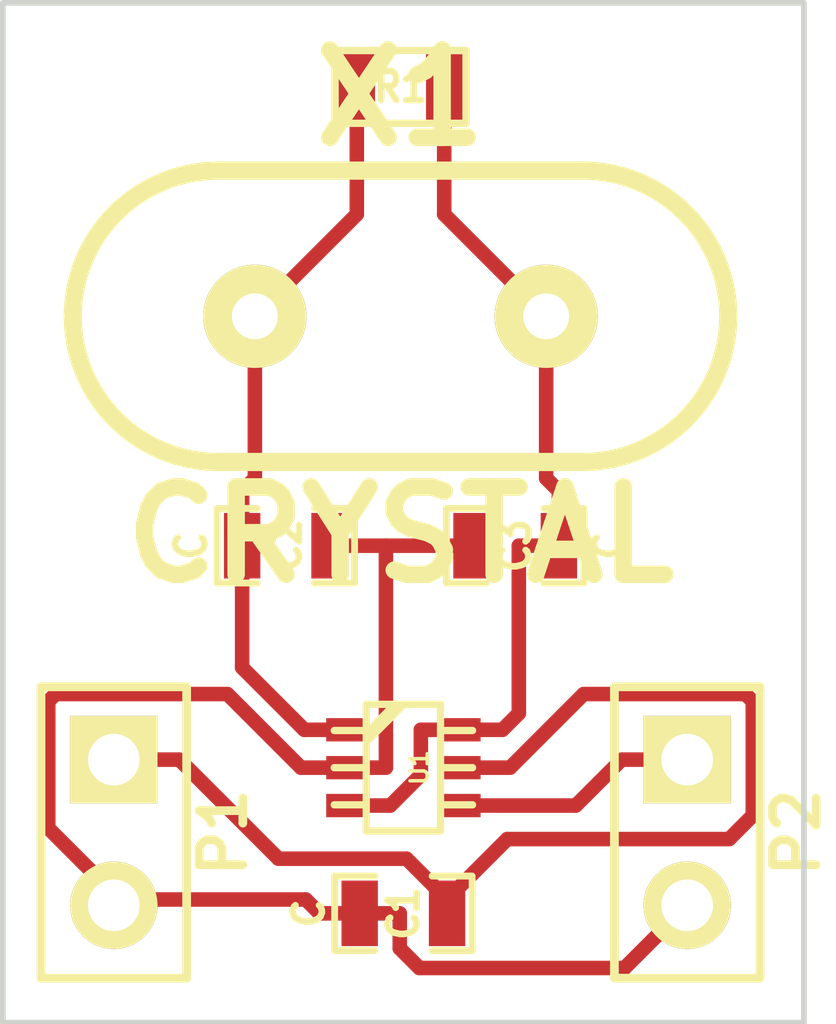
<source format=kicad_pcb>
(kicad_pcb (version 3) (host pcbnew "(2013-mar-13)-testing")

  (general
    (links 15)
    (no_connects 0)
    (area 139.014999 89.484999 153.6162 107.365001)
    (thickness 1.6)
    (drawings 4)
    (tracks 58)
    (zones 0)
    (modules 8)
    (nets 6)
  )

  (page A4)
  (layers
    (15 F.Cu signal)
    (0 B.Cu signal)
    (16 B.Adhes user)
    (17 F.Adhes user)
    (18 B.Paste user)
    (19 F.Paste user)
    (20 B.SilkS user)
    (21 F.SilkS user)
    (22 B.Mask user)
    (23 F.Mask user)
    (24 Dwgs.User user)
    (25 Cmts.User user)
    (26 Eco1.User user)
    (27 Eco2.User user)
    (28 Edge.Cuts user)
  )

  (setup
    (last_trace_width 0.254)
    (trace_clearance 0.254)
    (zone_clearance 0.508)
    (zone_45_only no)
    (trace_min 0.254)
    (segment_width 0.2)
    (edge_width 0.1)
    (via_size 0.889)
    (via_drill 0.635)
    (via_min_size 0.889)
    (via_min_drill 0.508)
    (uvia_size 0.508)
    (uvia_drill 0.127)
    (uvias_allowed no)
    (uvia_min_size 0.508)
    (uvia_min_drill 0.127)
    (pcb_text_width 0.3)
    (pcb_text_size 1.5 1.5)
    (mod_edge_width 0.15)
    (mod_text_size 1 1)
    (mod_text_width 0.15)
    (pad_size 1.524 1.524)
    (pad_drill 0.9)
    (pad_to_mask_clearance 0)
    (aux_axis_origin 0 0)
    (visible_elements FFFFFF7F)
    (pcbplotparams
      (layerselection 268468224)
      (usegerberextensions true)
      (excludeedgelayer true)
      (linewidth 0.150000)
      (plotframeref false)
      (viasonmask false)
      (mode 1)
      (useauxorigin false)
      (hpglpennumber 1)
      (hpglpenspeed 20)
      (hpglpendiameter 15)
      (hpglpenoverlay 2)
      (psnegative false)
      (psa4output false)
      (plotreference true)
      (plotvalue true)
      (plotothertext true)
      (plotinvisibletext false)
      (padsonsilk false)
      (subtractmaskfromsilk false)
      (outputformat 1)
      (mirror false)
      (drillshape 0)
      (scaleselection 1)
      (outputdirectory OUTPUT_OSC/))
  )

  (net 0 "")
  (net 1 +5V)
  (net 2 GND)
  (net 3 N-000003)
  (net 4 N-000004)
  (net 5 N-000005)

  (net_class Default "This is the default net class."
    (clearance 0.254)
    (trace_width 0.254)
    (via_dia 0.889)
    (via_drill 0.635)
    (uvia_dia 0.508)
    (uvia_drill 0.127)
    (add_net "")
    (add_net +5V)
    (add_net GND)
    (add_net N-000003)
    (add_net N-000004)
    (add_net N-000005)
  )

  (module SM0603_Capa (layer F.Cu) (tedit 5051B1EC) (tstamp 53189FE2)
    (at 146.05 105.41)
    (path /53188DB1)
    (attr smd)
    (fp_text reference C1 (at 0 0 90) (layer F.SilkS)
      (effects (font (size 0.508 0.4572) (thickness 0.1143)))
    )
    (fp_text value C (at -1.651 0 90) (layer F.SilkS)
      (effects (font (size 0.508 0.4572) (thickness 0.1143)))
    )
    (fp_line (start 0.50038 0.65024) (end 1.19888 0.65024) (layer F.SilkS) (width 0.11938))
    (fp_line (start -0.50038 0.65024) (end -1.19888 0.65024) (layer F.SilkS) (width 0.11938))
    (fp_line (start 0.50038 -0.65024) (end 1.19888 -0.65024) (layer F.SilkS) (width 0.11938))
    (fp_line (start -1.19888 -0.65024) (end -0.50038 -0.65024) (layer F.SilkS) (width 0.11938))
    (fp_line (start 1.19888 -0.635) (end 1.19888 0.635) (layer F.SilkS) (width 0.11938))
    (fp_line (start -1.19888 0.635) (end -1.19888 -0.635) (layer F.SilkS) (width 0.11938))
    (pad 1 smd rect (at -0.762 0) (size 0.635 1.143)
      (layers F.Cu F.Paste F.Mask)
      (net 2 GND)
    )
    (pad 2 smd rect (at 0.762 0) (size 0.635 1.143)
      (layers F.Cu F.Paste F.Mask)
      (net 1 +5V)
    )
    (model smd\capacitors\C0603.wrl
      (at (xyz 0 0 0.001))
      (scale (xyz 0.5 0.5 0.5))
      (rotate (xyz 0 0 0))
    )
  )

  (module SM0603_Capa (layer F.Cu) (tedit 5051B1EC) (tstamp 53189FEE)
    (at 144 99)
    (path /53188BCF)
    (attr smd)
    (fp_text reference C2 (at 0 0 90) (layer F.SilkS)
      (effects (font (size 0.508 0.4572) (thickness 0.1143)))
    )
    (fp_text value C (at -1.651 0 90) (layer F.SilkS)
      (effects (font (size 0.508 0.4572) (thickness 0.1143)))
    )
    (fp_line (start 0.50038 0.65024) (end 1.19888 0.65024) (layer F.SilkS) (width 0.11938))
    (fp_line (start -0.50038 0.65024) (end -1.19888 0.65024) (layer F.SilkS) (width 0.11938))
    (fp_line (start 0.50038 -0.65024) (end 1.19888 -0.65024) (layer F.SilkS) (width 0.11938))
    (fp_line (start -1.19888 -0.65024) (end -0.50038 -0.65024) (layer F.SilkS) (width 0.11938))
    (fp_line (start 1.19888 -0.635) (end 1.19888 0.635) (layer F.SilkS) (width 0.11938))
    (fp_line (start -1.19888 0.635) (end -1.19888 -0.635) (layer F.SilkS) (width 0.11938))
    (pad 1 smd rect (at -0.762 0) (size 0.635 1.143)
      (layers F.Cu F.Paste F.Mask)
      (net 4 N-000004)
    )
    (pad 2 smd rect (at 0.762 0) (size 0.635 1.143)
      (layers F.Cu F.Paste F.Mask)
      (net 2 GND)
    )
    (model smd\capacitors\C0603.wrl
      (at (xyz 0 0 0.001))
      (scale (xyz 0.5 0.5 0.5))
      (rotate (xyz 0 0 0))
    )
  )

  (module SM0603_Capa (layer F.Cu) (tedit 5051B1EC) (tstamp 53189FFA)
    (at 148 99 180)
    (path /53188BC1)
    (attr smd)
    (fp_text reference C3 (at 0 0 270) (layer F.SilkS)
      (effects (font (size 0.508 0.4572) (thickness 0.1143)))
    )
    (fp_text value C (at -1.651 0 270) (layer F.SilkS)
      (effects (font (size 0.508 0.4572) (thickness 0.1143)))
    )
    (fp_line (start 0.50038 0.65024) (end 1.19888 0.65024) (layer F.SilkS) (width 0.11938))
    (fp_line (start -0.50038 0.65024) (end -1.19888 0.65024) (layer F.SilkS) (width 0.11938))
    (fp_line (start 0.50038 -0.65024) (end 1.19888 -0.65024) (layer F.SilkS) (width 0.11938))
    (fp_line (start -1.19888 -0.65024) (end -0.50038 -0.65024) (layer F.SilkS) (width 0.11938))
    (fp_line (start 1.19888 -0.635) (end 1.19888 0.635) (layer F.SilkS) (width 0.11938))
    (fp_line (start -1.19888 0.635) (end -1.19888 -0.635) (layer F.SilkS) (width 0.11938))
    (pad 1 smd rect (at -0.762 0 180) (size 0.635 1.143)
      (layers F.Cu F.Paste F.Mask)
      (net 5 N-000005)
    )
    (pad 2 smd rect (at 0.762 0 180) (size 0.635 1.143)
      (layers F.Cu F.Paste F.Mask)
      (net 2 GND)
    )
    (model smd\capacitors\C0603.wrl
      (at (xyz 0 0 0.001))
      (scale (xyz 0.5 0.5 0.5))
      (rotate (xyz 0 0 0))
    )
  )

  (module PIN_ARRAY_2X1 (layer F.Cu) (tedit 5318A70D) (tstamp 5318A004)
    (at 141 104 270)
    (descr "Connecteurs 2 pins")
    (tags "CONN DEV")
    (path /53188D0D)
    (fp_text reference P1 (at 0 -1.905 270) (layer F.SilkS)
      (effects (font (size 0.762 0.762) (thickness 0.1524)))
    )
    (fp_text value CONN_2 (at 0 -1.905 270) (layer F.SilkS) hide
      (effects (font (size 0.762 0.762) (thickness 0.1524)))
    )
    (fp_line (start -2.54 1.27) (end -2.54 -1.27) (layer F.SilkS) (width 0.1524))
    (fp_line (start -2.54 -1.27) (end 2.54 -1.27) (layer F.SilkS) (width 0.1524))
    (fp_line (start 2.54 -1.27) (end 2.54 1.27) (layer F.SilkS) (width 0.1524))
    (fp_line (start 2.54 1.27) (end -2.54 1.27) (layer F.SilkS) (width 0.1524))
    (pad 1 thru_hole rect (at -1.27 0 270) (size 1.524 1.524) (drill 0.9)
      (layers *.Cu *.Mask F.SilkS)
      (net 1 +5V)
    )
    (pad 2 thru_hole circle (at 1.27 0 270) (size 1.524 1.524) (drill 0.9)
      (layers *.Cu *.Mask F.SilkS)
      (net 2 GND)
    )
    (model pin_array/pins_array_2x1.wrl
      (at (xyz 0 0 0))
      (scale (xyz 1 1 1))
      (rotate (xyz 0 0 0))
    )
  )

  (module PIN_ARRAY_2X1 (layer F.Cu) (tedit 5318A71A) (tstamp 5318A00E)
    (at 151 104 270)
    (descr "Connecteurs 2 pins")
    (tags "CONN DEV")
    (path /53188CCE)
    (fp_text reference P2 (at 0 -1.905 270) (layer F.SilkS)
      (effects (font (size 0.762 0.762) (thickness 0.1524)))
    )
    (fp_text value CONN_2 (at 0 -1.905 270) (layer F.SilkS) hide
      (effects (font (size 0.762 0.762) (thickness 0.1524)))
    )
    (fp_line (start -2.54 1.27) (end -2.54 -1.27) (layer F.SilkS) (width 0.1524))
    (fp_line (start -2.54 -1.27) (end 2.54 -1.27) (layer F.SilkS) (width 0.1524))
    (fp_line (start 2.54 -1.27) (end 2.54 1.27) (layer F.SilkS) (width 0.1524))
    (fp_line (start 2.54 1.27) (end -2.54 1.27) (layer F.SilkS) (width 0.1524))
    (pad 1 thru_hole rect (at -1.27 0 270) (size 1.524 1.524) (drill 0.9)
      (layers *.Cu *.Mask F.SilkS)
      (net 3 N-000003)
    )
    (pad 2 thru_hole circle (at 1.27 0 270) (size 1.524 1.524) (drill 0.9)
      (layers *.Cu *.Mask F.SilkS)
      (net 2 GND)
    )
    (model pin_array/pins_array_2x1.wrl
      (at (xyz 0 0 0))
      (scale (xyz 1 1 1))
      (rotate (xyz 0 0 0))
    )
  )

  (module SM0603 (layer F.Cu) (tedit 4E43A3D1) (tstamp 5318A018)
    (at 146 91 180)
    (path /53188BF7)
    (attr smd)
    (fp_text reference R1 (at 0 0 180) (layer F.SilkS)
      (effects (font (size 0.508 0.4572) (thickness 0.1143)))
    )
    (fp_text value R (at 0 0 180) (layer F.SilkS) hide
      (effects (font (size 0.508 0.4572) (thickness 0.1143)))
    )
    (fp_line (start -1.143 -0.635) (end 1.143 -0.635) (layer F.SilkS) (width 0.127))
    (fp_line (start 1.143 -0.635) (end 1.143 0.635) (layer F.SilkS) (width 0.127))
    (fp_line (start 1.143 0.635) (end -1.143 0.635) (layer F.SilkS) (width 0.127))
    (fp_line (start -1.143 0.635) (end -1.143 -0.635) (layer F.SilkS) (width 0.127))
    (pad 1 smd rect (at -0.762 0 180) (size 0.635 1.143)
      (layers F.Cu F.Paste F.Mask)
      (net 5 N-000005)
    )
    (pad 2 smd rect (at 0.762 0 180) (size 0.635 1.143)
      (layers F.Cu F.Paste F.Mask)
      (net 4 N-000004)
    )
    (model smd\resistors\R0603.wrl
      (at (xyz 0 0 0.001))
      (scale (xyz 0.5 0.5 0.5))
      (rotate (xyz 0 0 0))
    )
  )

  (module sc70-6 (layer F.Cu) (tedit 490474FF) (tstamp 5318A02E)
    (at 146.05 102.87 270)
    (descr SC70-6)
    (path /53188C18)
    (attr smd)
    (fp_text reference U1 (at 0 -0.2794 270) (layer F.SilkS)
      (effects (font (size 0.29972 0.29972) (thickness 0.06096)))
    )
    (fp_text value NC7WZ04 (at 0 0.3556 270) (layer F.SilkS) hide
      (effects (font (size 0.29972 0.29972) (thickness 0.06096)))
    )
    (fp_line (start 0 -0.6477) (end 0 -1.2065) (layer F.SilkS) (width 0.127))
    (fp_line (start -0.4445 0.6477) (end -1.1049 -0.0127) (layer F.SilkS) (width 0.127))
    (fp_line (start -0.5969 0.6477) (end -1.1049 0.1524) (layer F.SilkS) (width 0.127))
    (fp_line (start 0.6477 -0.6477) (end 0.6477 -1.2065) (layer F.SilkS) (width 0.127))
    (fp_line (start -0.6477 -0.6477) (end -0.6477 -1.2065) (layer F.SilkS) (width 0.127))
    (fp_line (start 0 0.6477) (end 0 1.2065) (layer F.SilkS) (width 0.127))
    (fp_line (start 0.6477 0.6477) (end 0.6477 1.2065) (layer F.SilkS) (width 0.127))
    (fp_line (start -0.6477 0.6477) (end -0.6477 1.2065) (layer F.SilkS) (width 0.127))
    (fp_line (start -1.1049 -0.6477) (end 1.1049 -0.6477) (layer F.SilkS) (width 0.127))
    (fp_line (start 1.1049 -0.6477) (end 1.1049 0.6477) (layer F.SilkS) (width 0.127))
    (fp_line (start 1.1049 0.6477) (end -1.1049 0.6477) (layer F.SilkS) (width 0.127))
    (fp_line (start -1.1049 0.6477) (end -1.1049 -0.6477) (layer F.SilkS) (width 0.127))
    (pad 1 smd rect (at -0.6604 1.016 270) (size 0.4064 0.6604)
      (layers F.Cu F.Paste F.Mask)
      (net 4 N-000004)
    )
    (pad 3 smd rect (at 0.6604 1.016 270) (size 0.4064 0.6604)
      (layers F.Cu F.Paste F.Mask)
      (net 5 N-000005)
    )
    (pad 2 smd rect (at 0 1.016 270) (size 0.4064 0.6604)
      (layers F.Cu F.Paste F.Mask)
      (net 2 GND)
    )
    (pad 4 smd rect (at 0.6604 -1.016 270) (size 0.4064 0.6604)
      (layers F.Cu F.Paste F.Mask)
      (net 3 N-000003)
    )
    (pad 6 smd rect (at -0.6604 -1.016 270) (size 0.4064 0.6604)
      (layers F.Cu F.Paste F.Mask)
      (net 5 N-000005)
    )
    (pad 5 smd rect (at 0 -1.016 270) (size 0.4064 0.6604)
      (layers F.Cu F.Paste F.Mask)
      (net 1 +5V)
    )
    (model smd/smd_transistors/sc70-6.wrl
      (at (xyz 0 0 0))
      (scale (xyz 1 1 1))
      (rotate (xyz 0 0 0))
    )
  )

  (module HC-49V (layer F.Cu) (tedit 5318A6FD) (tstamp 5318A03A)
    (at 146 95)
    (descr "Quartz boitier HC-49 Vertical")
    (tags "QUARTZ DEV")
    (path /53188BB2)
    (autoplace_cost180 10)
    (fp_text reference X1 (at 0 -3.81) (layer F.SilkS)
      (effects (font (thickness 0.3048)))
    )
    (fp_text value CRYSTAL (at 0 3.81) (layer F.SilkS)
      (effects (font (thickness 0.3048)))
    )
    (fp_line (start -3.175 2.54) (end 3.175 2.54) (layer F.SilkS) (width 0.3175))
    (fp_line (start -3.175 -2.54) (end 3.175 -2.54) (layer F.SilkS) (width 0.3175))
    (fp_arc (start 3.175 0) (end 3.175 -2.54) (angle 90) (layer F.SilkS) (width 0.3175))
    (fp_arc (start 3.175 0) (end 5.715 0) (angle 90) (layer F.SilkS) (width 0.3175))
    (fp_arc (start -3.175 0) (end -5.715 0) (angle 90) (layer F.SilkS) (width 0.3175))
    (fp_arc (start -3.175 0) (end -3.175 2.54) (angle 90) (layer F.SilkS) (width 0.3175))
    (pad 1 thru_hole circle (at -2.54 0) (size 1.8 1.8) (drill 0.8)
      (layers *.Cu *.Mask F.SilkS)
      (net 4 N-000004)
    )
    (pad 2 thru_hole circle (at 2.54 0) (size 1.8 1.8) (drill 0.8)
      (layers *.Cu *.Mask F.SilkS)
      (net 5 N-000005)
    )
    (model discret/xtal/crystal_hc18u_vertical.wrl
      (at (xyz 0 0 0))
      (scale (xyz 1 1 0.2))
      (rotate (xyz 0 0 0))
    )
  )

  (gr_line (start 139.065 107.315) (end 139.065 89.535) (angle 90) (layer Edge.Cuts) (width 0.1))
  (gr_line (start 153.035 107.315) (end 139.065 107.315) (angle 90) (layer Edge.Cuts) (width 0.1))
  (gr_line (start 153.035 89.535) (end 153.035 107.315) (angle 90) (layer Edge.Cuts) (width 0.1))
  (gr_line (start 139.065 89.535) (end 153.035 89.535) (angle 90) (layer Edge.Cuts) (width 0.1))

  (segment (start 146.812 105.41) (end 146.812 105.1645) (width 0.254) (layer F.Cu) (net 1))
  (segment (start 147.8615 104.115) (end 146.812 105.1645) (width 0.254) (layer F.Cu) (net 1))
  (segment (start 151.7314 104.115) (end 147.8615 104.115) (width 0.254) (layer F.Cu) (net 1))
  (segment (start 152.1434 103.703) (end 151.7314 104.115) (width 0.254) (layer F.Cu) (net 1))
  (segment (start 152.1434 101.7136) (end 152.1434 103.703) (width 0.254) (layer F.Cu) (net 1))
  (segment (start 152.0164 101.5866) (end 152.1434 101.7136) (width 0.254) (layer F.Cu) (net 1))
  (segment (start 149.1944 101.5866) (end 152.0164 101.5866) (width 0.254) (layer F.Cu) (net 1))
  (segment (start 147.911 102.87) (end 149.1944 101.5866) (width 0.254) (layer F.Cu) (net 1))
  (segment (start 147.066 102.87) (end 147.911 102.87) (width 0.254) (layer F.Cu) (net 1))
  (segment (start 141 102.73) (end 142.1433 102.73) (width 0.254) (layer F.Cu) (net 1))
  (segment (start 143.8705 104.4572) (end 142.1433 102.73) (width 0.254) (layer F.Cu) (net 1))
  (segment (start 146.1047 104.4572) (end 143.8705 104.4572) (width 0.254) (layer F.Cu) (net 1))
  (segment (start 146.812 105.1645) (end 146.1047 104.4572) (width 0.254) (layer F.Cu) (net 1))
  (segment (start 149.9071 106.3629) (end 151 105.27) (width 0.254) (layer F.Cu) (net 2))
  (segment (start 146.3283 106.3629) (end 149.9071 106.3629) (width 0.254) (layer F.Cu) (net 2))
  (segment (start 145.9868 106.0214) (end 146.3283 106.3629) (width 0.254) (layer F.Cu) (net 2))
  (segment (start 145.9868 105.41) (end 145.9868 106.0214) (width 0.254) (layer F.Cu) (net 2))
  (segment (start 145.288 105.41) (end 145.9868 105.41) (width 0.254) (layer F.Cu) (net 2))
  (segment (start 141 105.27) (end 141.1014 105.1686) (width 0.254) (layer F.Cu) (net 2))
  (segment (start 144.3478 105.1686) (end 144.5892 105.41) (width 0.254) (layer F.Cu) (net 2))
  (segment (start 141.1014 105.1686) (end 144.3478 105.1686) (width 0.254) (layer F.Cu) (net 2))
  (segment (start 145.288 105.41) (end 144.5892 105.41) (width 0.254) (layer F.Cu) (net 2))
  (segment (start 144.2639 102.87) (end 145.034 102.87) (width 0.254) (layer F.Cu) (net 2))
  (segment (start 142.9805 101.5866) (end 144.2639 102.87) (width 0.254) (layer F.Cu) (net 2))
  (segment (start 139.9836 101.5866) (end 142.9805 101.5866) (width 0.254) (layer F.Cu) (net 2))
  (segment (start 139.8566 101.7136) (end 139.9836 101.5866) (width 0.254) (layer F.Cu) (net 2))
  (segment (start 139.8566 103.9238) (end 139.8566 101.7136) (width 0.254) (layer F.Cu) (net 2))
  (segment (start 141.1014 105.1686) (end 139.8566 103.9238) (width 0.254) (layer F.Cu) (net 2))
  (segment (start 145.034 102.87) (end 145.7455 102.87) (width 0.254) (layer F.Cu) (net 2))
  (segment (start 145.7455 102.87) (end 145.7455 99) (width 0.254) (layer F.Cu) (net 2))
  (segment (start 147.238 99) (end 145.7455 99) (width 0.254) (layer F.Cu) (net 2))
  (segment (start 145.7455 99) (end 144.762 99) (width 0.254) (layer F.Cu) (net 2))
  (segment (start 149.0563 103.5304) (end 149.8567 102.73) (width 0.254) (layer F.Cu) (net 3))
  (segment (start 147.066 103.5304) (end 149.0563 103.5304) (width 0.254) (layer F.Cu) (net 3))
  (segment (start 151 102.73) (end 149.8567 102.73) (width 0.254) (layer F.Cu) (net 3))
  (segment (start 143.238 98.5236) (end 143.238 98.0472) (width 0.254) (layer F.Cu) (net 4))
  (segment (start 143.238 98.5236) (end 143.238 99) (width 0.254) (layer F.Cu) (net 4))
  (segment (start 143.238 101.1251) (end 144.3225 102.2096) (width 0.254) (layer F.Cu) (net 4))
  (segment (start 143.238 99) (end 143.238 101.1251) (width 0.254) (layer F.Cu) (net 4))
  (segment (start 145.034 102.2096) (end 144.3225 102.2096) (width 0.254) (layer F.Cu) (net 4))
  (segment (start 143.46 97.8252) (end 143.238 98.0472) (width 0.254) (layer F.Cu) (net 4))
  (segment (start 143.46 95) (end 143.46 97.8252) (width 0.254) (layer F.Cu) (net 4))
  (segment (start 145.238 93.222) (end 145.238 91) (width 0.254) (layer F.Cu) (net 4))
  (segment (start 143.46 95) (end 145.238 93.222) (width 0.254) (layer F.Cu) (net 4))
  (segment (start 148.762 99) (end 148.762 98.0472) (width 0.254) (layer F.Cu) (net 5))
  (segment (start 148.0632 101.9239) (end 148.0632 99) (width 0.254) (layer F.Cu) (net 5))
  (segment (start 147.7775 102.2096) (end 148.0632 101.9239) (width 0.254) (layer F.Cu) (net 5))
  (segment (start 148.762 99) (end 148.0632 99) (width 0.254) (layer F.Cu) (net 5))
  (segment (start 148.54 97.8252) (end 148.762 98.0472) (width 0.254) (layer F.Cu) (net 5))
  (segment (start 148.54 95) (end 148.54 97.8252) (width 0.254) (layer F.Cu) (net 5))
  (segment (start 146.762 93.222) (end 146.762 91) (width 0.254) (layer F.Cu) (net 5))
  (segment (start 148.54 95) (end 146.762 93.222) (width 0.254) (layer F.Cu) (net 5))
  (segment (start 147.4218 102.2096) (end 147.7775 102.2096) (width 0.254) (layer F.Cu) (net 5))
  (segment (start 147.4218 102.2096) (end 147.066 102.2096) (width 0.254) (layer F.Cu) (net 5))
  (segment (start 145.8212 103.5304) (end 145.034 103.5304) (width 0.254) (layer F.Cu) (net 5))
  (segment (start 146.3545 102.9971) (end 145.8212 103.5304) (width 0.254) (layer F.Cu) (net 5))
  (segment (start 146.3545 102.2096) (end 146.3545 102.9971) (width 0.254) (layer F.Cu) (net 5))
  (segment (start 147.066 102.2096) (end 146.3545 102.2096) (width 0.254) (layer F.Cu) (net 5))

)

</source>
